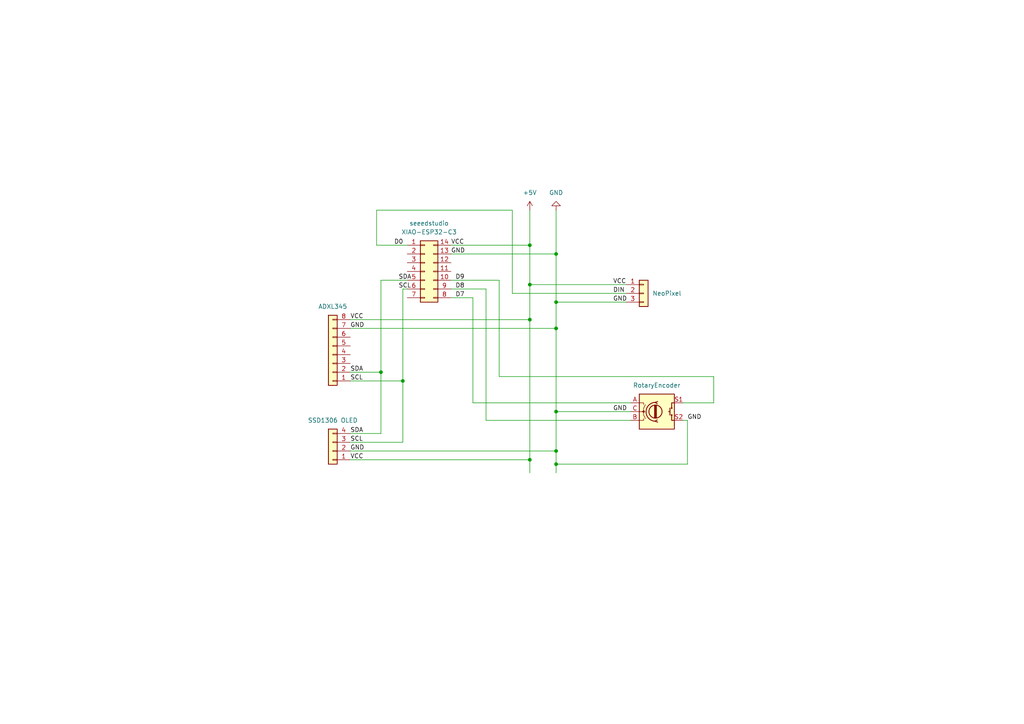
<source format=kicad_sch>
(kicad_sch (version 20250114) (generator "eeschema") (generator_version "9.0")
  (paper "A4")
  (title_block (title "MoveWithMe Circuit"))
  (lib_symbols
    (symbol "Connector_Generic:Conn_01x03" (pin_names (offset 1.016) (hide yes))
      (property "Reference" "J" (at 0 5.08 0))
      (property "Value" "Conn_01x03" (at 0 -5.08 0))
      (symbol "Conn_01x03_1_1"
        (rectangle (start -1.27 3.81) (end 1.27 -3.81) (stroke (width 0.254)) (fill (type background)))
        (rectangle (start -1.27 2.667) (end 0 2.413) (stroke (width 0.1524)))
        (rectangle (start -1.27 0.127) (end 0 -0.127) (stroke (width 0.1524)))
        (rectangle (start -1.27 -2.413) (end 0 -2.667) (stroke (width 0.1524)))
        (pin passive line (at -5.08 2.54 0) (length 3.81) (name "Pin_1") (number "1"))
        (pin passive line (at -5.08 0 0) (length 3.81) (name "Pin_2") (number "2"))
        (pin passive line (at -5.08 -2.54 0) (length 3.81) (name "Pin_3") (number "3"))
      )
    )
    (symbol "Connector_Generic:Conn_01x04" (pin_names (offset 1.016) (hide yes))
      (property "Reference" "J" (at 0 5.08 0))
      (property "Value" "Conn_01x04" (at 0 -7.62 0))
      (symbol "Conn_01x04_1_1"
        (rectangle (start -1.27 3.81) (end 1.27 -6.35) (stroke (width 0.254)) (fill (type background)))
        (rectangle (start -1.27 2.667) (end 0 2.413) (stroke (width 0.1524)))
        (rectangle (start -1.27 0.127) (end 0 -0.127) (stroke (width 0.1524)))
        (rectangle (start -1.27 -2.413) (end 0 -2.667) (stroke (width 0.1524)))
        (rectangle (start -1.27 -4.953) (end 0 -5.207) (stroke (width 0.1524)))
        (pin passive line (at -5.08 2.54 0) (length 3.81) (name "Pin_1") (number "1"))
        (pin passive line (at -5.08 0 0) (length 3.81) (name "Pin_2") (number "2"))
        (pin passive line (at -5.08 -2.54 0) (length 3.81) (name "Pin_3") (number "3"))
        (pin passive line (at -5.08 -5.08 0) (length 3.81) (name "Pin_4") (number "4"))
      )
    )
    (symbol "Connector_Generic:Conn_01x08" (pin_names (offset 1.016) (hide yes))
      (property "Reference" "J" (at 0 10.16 0))
      (property "Value" "Conn_01x08" (at 0 -12.7 0))
      (symbol "Conn_01x08_1_1"
        (rectangle (start -1.27 8.89) (end 1.27 -11.43) (stroke (width 0.254)) (fill (type background)))
        (rectangle (start -1.27 7.747) (end 0 7.493) (stroke (width 0.1524)))
        (rectangle (start -1.27 5.207) (end 0 4.953) (stroke (width 0.1524)))
        (rectangle (start -1.27 2.667) (end 0 2.413) (stroke (width 0.1524)))
        (rectangle (start -1.27 0.127) (end 0 -0.127) (stroke (width 0.1524)))
        (rectangle (start -1.27 -2.413) (end 0 -2.667) (stroke (width 0.1524)))
        (rectangle (start -1.27 -4.953) (end 0 -5.207) (stroke (width 0.1524)))
        (rectangle (start -1.27 -7.493) (end 0 -7.747) (stroke (width 0.1524)))
        (rectangle (start -1.27 -10.033) (end 0 -10.287) (stroke (width 0.1524)))
        (pin passive line (at -5.08 7.62 0) (length 3.81) (name "Pin_1") (number "1"))
        (pin passive line (at -5.08 5.08 0) (length 3.81) (name "Pin_2") (number "2"))
        (pin passive line (at -5.08 2.54 0) (length 3.81) (name "Pin_3") (number "3"))
        (pin passive line (at -5.08 0 0) (length 3.81) (name "Pin_4") (number "4"))
        (pin passive line (at -5.08 -2.54 0) (length 3.81) (name "Pin_5") (number "5"))
        (pin passive line (at -5.08 -5.08 0) (length 3.81) (name "Pin_6") (number "6"))
        (pin passive line (at -5.08 -7.62 0) (length 3.81) (name "Pin_7") (number "7"))
        (pin passive line (at -5.08 -10.16 0) (length 3.81) (name "Pin_8") (number "8"))
      )
    )
    (symbol "Connector_Generic:Conn_02x07_Counter_Clockwise" (pin_names (offset 1.016) (hide yes))
      (property "Reference" "J" (at 1.27 10.16 0))
      (property "Value" "Conn_02x07_Counter_Clockwise" (at 1.27 -10.16 0))
      (symbol "Conn_02x07_Counter_Clockwise_1_1"
        (rectangle (start -1.27 8.89) (end 3.81 -8.89) (stroke (width 0.254)) (fill (type background)))
        (rectangle (start -1.27 7.747) (end 0 7.493) (stroke (width 0.1524)))
        (rectangle (start -1.27 5.207) (end 0 4.953) (stroke (width 0.1524)))
        (rectangle (start -1.27 2.667) (end 0 2.413) (stroke (width 0.1524)))
        (rectangle (start -1.27 0.127) (end 0 -0.127) (stroke (width 0.1524)))
        (rectangle (start -1.27 -2.413) (end 0 -2.667) (stroke (width 0.1524)))
        (rectangle (start -1.27 -4.953) (end 0 -5.207) (stroke (width 0.1524)))
        (rectangle (start -1.27 -7.493) (end 0 -7.747) (stroke (width 0.1524)))
        (rectangle (start 3.81 7.747) (end 2.54 7.493) (stroke (width 0.1524)))
        (rectangle (start 3.81 5.207) (end 2.54 4.953) (stroke (width 0.1524)))
        (rectangle (start 3.81 2.667) (end 2.54 2.413) (stroke (width 0.1524)))
        (rectangle (start 3.81 0.127) (end 2.54 -0.127) (stroke (width 0.1524)))
        (rectangle (start 3.81 -2.413) (end 2.54 -2.667) (stroke (width 0.1524)))
        (rectangle (start 3.81 -4.953) (end 2.54 -5.207) (stroke (width 0.1524)))
        (rectangle (start 3.81 -7.493) (end 2.54 -7.747) (stroke (width 0.1524)))
        (pin passive line (at -5.08 7.62 0) (length 3.81) (name "Pin_1") (number "1"))
        (pin passive line (at -5.08 5.08 0) (length 3.81) (name "Pin_2") (number "2"))
        (pin passive line (at -5.08 2.54 0) (length 3.81) (name "Pin_3") (number "3"))
        (pin passive line (at -5.08 0 0) (length 3.81) (name "Pin_4") (number "4"))
        (pin passive line (at -5.08 -2.54 0) (length 3.81) (name "Pin_5") (number "5"))
        (pin passive line (at -5.08 -5.08 0) (length 3.81) (name "Pin_6") (number "6"))
        (pin passive line (at -5.08 -7.62 0) (length 3.81) (name "Pin_7") (number "7"))
        (pin passive line (at 7.62 7.62 180) (length 3.81) (name "Pin_14") (number "14"))
        (pin passive line (at 7.62 5.08 180) (length 3.81) (name "Pin_13") (number "13"))
        (pin passive line (at 7.62 2.54 180) (length 3.81) (name "Pin_12") (number "12"))
        (pin passive line (at 7.62 0 180) (length 3.81) (name "Pin_11") (number "11"))
        (pin passive line (at 7.62 -2.54 180) (length 3.81) (name "Pin_10") (number "10"))
        (pin passive line (at 7.62 -5.08 180) (length 3.81) (name "Pin_9") (number "9"))
        (pin passive line (at 7.62 -7.62 180) (length 3.81) (name "Pin_8") (number "8"))
      )
    )
    (symbol "Device:RotaryEncoder_Switch" (pin_names (offset 0.254) (hide yes))
      (property "Reference" "SW" (at 0 6.604 0))
      (property "Value" "RotaryEncoder_Switch" (at 0 -6.604 0))
      (symbol "RotaryEncoder_Switch_0_1"
        (rectangle (start -5.08 5.08) (end 5.08 -5.08) (stroke (width 0.254)) (fill (type background)))
        (polyline (pts (xy -5.08 2.54) (xy -3.81 2.54) (xy -3.81 2.032)))
        (polyline (pts (xy -5.08 0) (xy -3.81 0) (xy -3.81 -1.016) (xy -3.302 -2.032)))
        (polyline (pts (xy -5.08 -2.54) (xy -3.81 -2.54) (xy -3.81 -2.032)))
        (polyline (pts (xy -4.318 0) (xy -3.81 0) (xy -3.81 1.016) (xy -3.302 2.032)))
        (circle (center -3.81 0) (radius 0.254) (fill (type outline)))
        (polyline (pts (xy -0.635 -1.778) (xy -0.635 1.778)) (stroke (width 0.254)))
        (circle (center -0.381 0) (radius 1.905) (stroke (width 0.254)))
        (polyline (pts (xy -0.381 -1.778) (xy -0.381 1.778)) (stroke (width 0.254)))
        (arc (start -0.381 -2.794) (mid -3.0988 -0.0635) (end -0.381 2.667) (stroke (width 0.254)))
        (polyline (pts (xy -0.127 1.778) (xy -0.127 -1.778)) (stroke (width 0.254)))
        (polyline (pts (xy 0.254 2.921) (xy -0.508 2.667) (xy 0.127 2.286)) (stroke (width 0.254)))
        (polyline (pts (xy 0.254 -3.048) (xy -0.508 -2.794) (xy 0.127 -2.413)) (stroke (width 0.254)))
        (polyline (pts (xy 3.81 1.016) (xy 3.81 -1.016)) (stroke (width 0.254)))
        (polyline (pts (xy 3.81 0) (xy 3.429 0)) (stroke (width 0.254)))
        (circle (center 4.318 1.016) (radius 0.127) (stroke (width 0.254)))
        (circle (center 4.318 -1.016) (radius 0.127) (stroke (width 0.254)))
        (polyline (pts (xy 5.08 2.54) (xy 4.318 2.54) (xy 4.318 1.016)) (stroke (width 0.254)))
        (polyline (pts (xy 5.08 -2.54) (xy 4.318 -2.54) (xy 4.318 -1.016)) (stroke (width 0.254)))
      )
      (symbol "RotaryEncoder_Switch_1_1"
        (pin passive line (at -7.62 2.54 0) (length 2.54) (name "A") (number "A"))
        (pin passive line (at -7.62 0 0) (length 2.54) (name "C") (number "C"))
        (pin passive line (at -7.62 -2.54 0) (length 2.54) (name "B") (number "B"))
        (pin passive line (at 7.62 2.54 180) (length 2.54) (name "S1") (number "S1"))
        (pin passive line (at 7.62 -2.54 180) (length 2.54) (name "S2") (number "S2"))
      )
    )
    (symbol "power:+5V" (power) (pin_numbers (hide yes)) (pin_names (offset 0) (hide yes))
      (property "Value" "+5V" (at 0 3.556 0))
      (symbol "+5V_0_1"
        (polyline (pts (xy -0.762 1.27) (xy 0 2.54)))
        (polyline (pts (xy 0 2.54) (xy 0.762 1.27)))
        (polyline (pts (xy 0 0) (xy 0 2.54)))
      )
      (symbol "+5V_1_1"
        (pin power_in line (at 0 0 90) (length 0) (name "~") (number "1"))
      )
    )
    (symbol "power:GND" (power) (pin_numbers (hide yes)) (pin_names (offset 0) (hide yes))
      (property "Value" "GND" (at 0 -3.81 0))
      (symbol "GND_0_1"
        (polyline (pts (xy 0 0) (xy 0 -1.27) (xy 1.27 -1.27) (xy 0 -2.54) (xy -1.27 -1.27) (xy 0 -1.27)))
      )
      (symbol "GND_1_1"
        (pin power_in line (at 0 0 270) (length 0) (name "~") (number "1"))
      )
    )
  )
  (junction (at 153.67 133.35))
  (junction (at 161.29 73.66))
  (junction (at 116.84 110.49))
  (junction (at 153.67 82.55))
  (junction (at 161.29 134.62))
  (junction (at 161.29 95.25))
  (junction (at 153.67 71.12))
  (junction (at 161.29 87.63))
  (junction (at 161.29 119.38))
  (junction (at 161.29 130.81))
  (junction (at 153.67 92.71))
  (junction (at 110.49 107.95))
  (wire (pts (xy 161.29 87.63) (xy 161.29 95.25)))
  (wire (pts (xy 130.81 83.82) (xy 140.97 83.82)))
  (wire (pts (xy 101.6 133.35) (xy 153.67 133.35)))
  (wire (pts (xy 148.59 85.09) (xy 148.59 60.96)))
  (wire (pts (xy 110.49 107.95) (xy 110.49 125.73)))
  (wire (pts (xy 137.16 86.36) (xy 130.81 86.36)))
  (wire (pts (xy 109.22 60.96) (xy 109.22 71.12)))
  (wire (pts (xy 140.97 121.92) (xy 140.97 83.82)))
  (wire (pts (xy 101.6 125.73) (xy 110.49 125.73)))
  (wire (pts (xy 130.81 81.28) (xy 144.78 81.28)))
  (wire (pts (xy 110.49 81.28) (xy 118.11 81.28)))
  (wire (pts (xy 153.67 92.71) (xy 153.67 133.35)))
  (wire (pts (xy 110.49 81.28) (xy 110.49 107.95)))
  (wire (pts (xy 101.6 107.95) (xy 110.49 107.95)))
  (wire (pts (xy 181.61 85.09) (xy 148.59 85.09)))
  (wire (pts (xy 153.67 60.96) (xy 153.67 71.12)))
  (wire (pts (xy 182.88 121.92) (xy 140.97 121.92)))
  (wire (pts (xy 161.29 73.66) (xy 161.29 87.63)))
  (wire (pts (xy 161.29 60.96) (xy 161.29 73.66)))
  (wire (pts (xy 101.6 92.71) (xy 153.67 92.71)))
  (wire (pts (xy 101.6 128.27) (xy 116.84 128.27)))
  (wire (pts (xy 109.22 71.12) (xy 118.11 71.12)))
  (wire (pts (xy 153.67 82.55) (xy 181.61 82.55)))
  (wire (pts (xy 101.6 95.25) (xy 161.29 95.25)))
  (wire (pts (xy 153.67 133.35) (xy 153.67 137.16)))
  (wire (pts (xy 161.29 119.38) (xy 161.29 130.81)))
  (wire (pts (xy 161.29 130.81) (xy 161.29 134.62)))
  (wire (pts (xy 153.67 71.12) (xy 153.67 82.55)))
  (wire (pts (xy 118.11 83.82) (xy 116.84 83.82)))
  (wire (pts (xy 137.16 116.84) (xy 137.16 86.36)))
  (wire (pts (xy 207.01 109.22) (xy 144.78 109.22)))
  (wire (pts (xy 161.29 95.25) (xy 161.29 119.38)))
  (wire (pts (xy 161.29 87.63) (xy 181.61 87.63)))
  (wire (pts (xy 101.6 130.81) (xy 161.29 130.81)))
  (wire (pts (xy 182.88 116.84) (xy 137.16 116.84)))
  (wire (pts (xy 101.6 110.49) (xy 116.84 110.49)))
  (wire (pts (xy 153.67 82.55) (xy 153.67 92.71)))
  (wire (pts (xy 198.12 116.84) (xy 207.01 116.84)))
  (wire (pts (xy 148.59 60.96) (xy 109.22 60.96)))
  (wire (pts (xy 199.39 121.92) (xy 198.12 121.92)))
  (wire (pts (xy 161.29 134.62) (xy 161.29 137.16)))
  (wire (pts (xy 116.84 110.49) (xy 116.84 128.27)))
  (wire (pts (xy 161.29 119.38) (xy 182.88 119.38)))
  (wire (pts (xy 130.81 73.66) (xy 161.29 73.66)))
  (wire (pts (xy 161.29 134.62) (xy 199.39 134.62)))
  (wire (pts (xy 207.01 116.84) (xy 207.01 109.22)))
  (wire (pts (xy 199.39 121.92) (xy 199.39 134.62)))
  (wire (pts (xy 130.81 71.12) (xy 153.67 71.12)))
  (wire (pts (xy 116.84 83.82) (xy 116.84 110.49)))
  (wire (pts (xy 144.78 109.22) (xy 144.78 81.28)))
  (label "D8" (at 132.08 83.82 0))
  (label "SDA" (at 101.6 107.95 0))
  (label "D9" (at 132.08 81.28 0))
  (label "DIN" (at 177.8 85.09 0))
  (label "D0" (at 114.3 71.12 0))
  (label "GND" (at 101.6 95.25 0))
  (label "SCL" (at 101.6 128.27 0))
  (label "SCL" (at 115.57 83.82 0))
  (label "SDA" (at 101.6 125.73 0))
  (label "GND" (at 199.39 121.92 0))
  (label "GND" (at 177.8 119.38 0))
  (label "D7" (at 132.08 86.36 0))
  (label "SCL" (at 101.6 110.49 0))
  (label "GND" (at 130.81 73.66 0))
  (label "GND" (at 101.6 130.81 0))
  (label "GND" (at 177.8 87.63 0))
  (label "VCC" (at 101.6 133.35 0))
  (label "VCC" (at 177.8 82.55 0))
  (label "VCC" (at 101.6 92.71 0))
  (label "SDA" (at 115.57 81.28 0))
  (label "VCC" (at 130.81 71.12 0))
  (symbol (lib_id "Connector_Generic:Conn_01x04") (at 96.52 130.81 180) (unit 1)
    (property "Reference" "J1" (effects (hide yes)))
    (property "Value" "SSD1306 OLED" (at 96.52 121.92 0))
    (property "Footprint" "VCC" (effects (hide yes)))
    (property "Description" "Generic connector, single row, 01x04, script generated (kicad-library-utils/schlib/autogen/connector/)" (effects (hide yes)))
  )
  (symbol (lib_id "Connector_Generic:Conn_01x03") (at 186.69 85.09 0) (unit 1)
    (property "Reference" "J2" (effects (hide yes)))
    (property "Value" "NeoPixel" (at 189.23 85.0899 0) (effects (justify left)))
    (property "Description" "Generic connector, single row, 01x03, script generated (kicad-library-utils/schlib/autogen/connector/)" (effects (hide yes)))
  )
  (symbol (lib_id "Connector_Generic:Conn_02x07_Counter_Clockwise") (at 123.19 78.74 0) (unit 1)
    (property "Reference" "seeedstudio" (at 124.46 64.77 0))
    (property "Value" "XIAO-ESP32-C3" (at 124.46 67.31 0))
    (property "Footprint" "RF_Module:WEMOS_C3_mini" (effects (hide yes)))
    (property "Description" "Generic connector, double row, 02x07, counter clockwise pin numbering scheme (similar to DIP package numbering), script generated (kicad-library-utils/schlib/autogen/connector/)" (effects (hide yes)))
  )
  (symbol (lib_id "Device:RotaryEncoder_Switch") (at 190.5 119.38 0) (unit 1)
    (property "Reference" "SW1" (effects (hide yes)))
    (property "Value" "RotaryEncoder" (at 190.5 111.76 0))
    (property "Description" "Rotary encoder, dual channel, incremental quadrate outputs, with switch" (effects (hide yes)))
  )
  (symbol (lib_id "power:GND") (at 161.29 60.96 180) (unit 1)
    (property "Reference" "#PWR02" (effects (hide yes)))
    (property "Value" "GND" (at 161.29 55.88 0))
    (property "Description" "Power symbol creates a global label with name \"GND\" , ground" (effects (hide yes)))
  )
  (symbol (lib_id "Connector_Generic:Conn_01x08") (at 96.52 102.87 180) (unit 1)
    (property "Reference" "ADXL345" (effects (hide yes)))
    (property "Value" "ADXL345" (at 96.52 88.9 0))
    (property "Description" "Generic connector, single row, 01x08, script generated (kicad-library-utils/schlib/autogen/connector/)" (effects (hide yes)))
  )
  (symbol (lib_id "power:+5V") (at 153.67 60.96 0) (unit 1)
    (property "Reference" "#PWR01" (effects (hide yes)))
    (property "Value" "+5V" (at 153.67 55.88 0))
    (property "Description" "Power symbol creates a global label with name \"+5V\"" (effects (hide yes)))
  )
)
</source>
